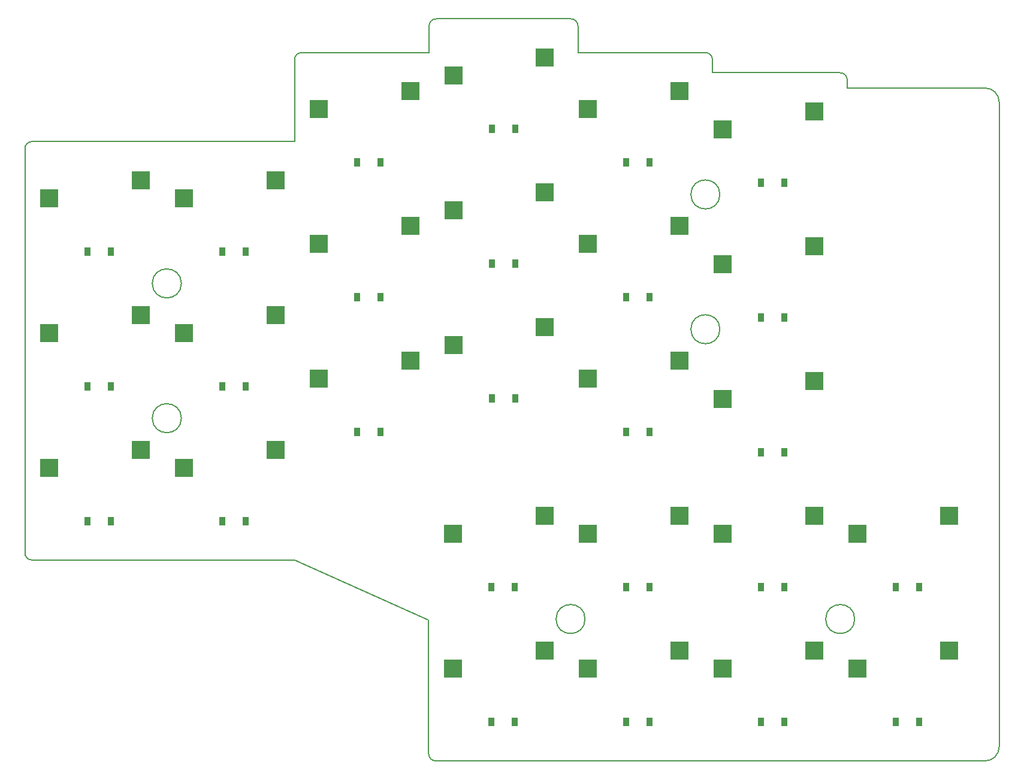
<source format=gbr>
G04 #@! TF.GenerationSoftware,KiCad,Pcbnew,5.1.5+dfsg1-2build2*
G04 #@! TF.CreationDate,2022-10-22T21:51:20+00:00*
G04 #@! TF.ProjectId,board,626f6172-642e-46b6-9963-61645f706362,v1.0.0*
G04 #@! TF.SameCoordinates,Original*
G04 #@! TF.FileFunction,Paste,Bot*
G04 #@! TF.FilePolarity,Positive*
%FSLAX46Y46*%
G04 Gerber Fmt 4.6, Leading zero omitted, Abs format (unit mm)*
G04 Created by KiCad (PCBNEW 5.1.5+dfsg1-2build2) date 2022-10-22 21:51:20*
%MOMM*%
%LPD*%
G04 APERTURE LIST*
G04 #@! TA.AperFunction,Profile*
%ADD10C,0.150000*%
G04 #@! TD*
%ADD11R,2.550000X2.500000*%
%ADD12R,0.900000X1.200000*%
G04 APERTURE END LIST*
D10*
X9525000Y-10525000D02*
X46625000Y-10525000D01*
X8525000Y-9525000D02*
X8525000Y47625000D01*
X9525000Y-10525000D02*
G75*
G02X8525000Y-9525000I0J1000000D01*
G01*
X9525000Y48625000D02*
X46625000Y48625000D01*
X8525000Y47625000D02*
G75*
G02X9525000Y48625000I1000000J0D01*
G01*
X65625000Y61198000D02*
X47625000Y61198000D01*
X46625000Y60198000D02*
G75*
G02X47625000Y61198000I1000000J0D01*
G01*
X46625000Y60198000D02*
X46625000Y48625000D01*
X86675000Y61198000D02*
X86675000Y64960500D01*
X85675000Y65960500D02*
G75*
G02X86675000Y64960500I0J-1000000D01*
G01*
X85675000Y65960500D02*
X66625000Y65960500D01*
X65625000Y64960500D02*
G75*
G02X66625000Y65960500I1000000J0D01*
G01*
X65625000Y64960500D02*
X65625000Y61198000D01*
X105675000Y58340500D02*
X105675000Y60198000D01*
X104675000Y61198000D02*
G75*
G02X105675000Y60198000I0J-1000000D01*
G01*
X104675000Y61198000D02*
X86675000Y61198000D01*
X124725000Y56190500D02*
X124725000Y57340500D01*
X123725000Y58340500D02*
G75*
G02X124725000Y57340500I0J-1000000D01*
G01*
X123725000Y58340500D02*
X105675000Y58340500D01*
X65575000Y-37909500D02*
X65575000Y-18968378D01*
X66575000Y-38909500D02*
X144200000Y-38909500D01*
X66575000Y-38909500D02*
G75*
G02X65575000Y-37909500I0J1000000D01*
G01*
X65575000Y-18968378D02*
X46625000Y-10525000D01*
X146200000Y-36909500D02*
G75*
G02X144200000Y-38909500I-2000000J0D01*
G01*
X146200000Y-36909500D02*
X146200000Y54190500D01*
X144200000Y56190500D02*
G75*
G02X146200000Y54190500I0J-2000000D01*
G01*
X144200000Y56190500D02*
X124725000Y56190500D01*
X30625000Y28575000D02*
G75*
G03X30625000Y28575000I-2050000J0D01*
G01*
X30625000Y9525000D02*
G75*
G03X30625000Y9525000I-2050000J0D01*
G01*
X106725000Y41148000D02*
G75*
G03X106725000Y41148000I-2050000J0D01*
G01*
X106725000Y22098000D02*
G75*
G03X106725000Y22098000I-2050000J0D01*
G01*
X125775000Y-18859500D02*
G75*
G03X125775000Y-18859500I-2050000J0D01*
G01*
X87675000Y-18859500D02*
G75*
G03X87675000Y-18859500I-2050000J0D01*
G01*
D11*
G04 #@! TO.C,S1*
X11965000Y2540000D03*
X24892000Y5080000D03*
G04 #@! TD*
D12*
G04 #@! TO.C,D1*
X20700000Y-5000000D03*
X17400000Y-5000000D03*
G04 #@! TD*
D11*
G04 #@! TO.C,S2*
X11965000Y21590000D03*
X24892000Y24130000D03*
G04 #@! TD*
D12*
G04 #@! TO.C,D2*
X20700000Y14050000D03*
X17400000Y14050000D03*
G04 #@! TD*
D11*
G04 #@! TO.C,S3*
X11965000Y40640000D03*
X24892000Y43180000D03*
G04 #@! TD*
D12*
G04 #@! TO.C,D3*
X20700000Y33100000D03*
X17400000Y33100000D03*
G04 #@! TD*
D11*
G04 #@! TO.C,S4*
X31015000Y2540000D03*
X43942000Y5080000D03*
G04 #@! TD*
D12*
G04 #@! TO.C,D4*
X39750000Y-5000000D03*
X36450000Y-5000000D03*
G04 #@! TD*
D11*
G04 #@! TO.C,S5*
X31015000Y21590000D03*
X43942000Y24130000D03*
G04 #@! TD*
D12*
G04 #@! TO.C,D5*
X39750000Y14050000D03*
X36450000Y14050000D03*
G04 #@! TD*
D11*
G04 #@! TO.C,S6*
X31015000Y40640000D03*
X43942000Y43180000D03*
G04 #@! TD*
D12*
G04 #@! TO.C,D6*
X39750000Y33100000D03*
X36450000Y33100000D03*
G04 #@! TD*
D11*
G04 #@! TO.C,S7*
X50065000Y15113000D03*
X62992000Y17653000D03*
G04 #@! TD*
D12*
G04 #@! TO.C,D7*
X58800000Y7573000D03*
X55500000Y7573000D03*
G04 #@! TD*
D11*
G04 #@! TO.C,S8*
X50065000Y34163000D03*
X62992000Y36703000D03*
G04 #@! TD*
D12*
G04 #@! TO.C,D8*
X58800000Y26623000D03*
X55500000Y26623000D03*
G04 #@! TD*
D11*
G04 #@! TO.C,S9*
X50065000Y53213000D03*
X62992000Y55753000D03*
G04 #@! TD*
D12*
G04 #@! TO.C,D9*
X58800000Y45673000D03*
X55500000Y45673000D03*
G04 #@! TD*
D11*
G04 #@! TO.C,S10*
X69065000Y19875500D03*
X81992000Y22415500D03*
G04 #@! TD*
D12*
G04 #@! TO.C,D10*
X77800000Y12335500D03*
X74500000Y12335500D03*
G04 #@! TD*
D11*
G04 #@! TO.C,S11*
X69065000Y38925500D03*
X81992000Y41465500D03*
G04 #@! TD*
D12*
G04 #@! TO.C,D11*
X77800000Y31385500D03*
X74500000Y31385500D03*
G04 #@! TD*
D11*
G04 #@! TO.C,S12*
X69065000Y57975500D03*
X81992000Y60515500D03*
G04 #@! TD*
D12*
G04 #@! TO.C,D12*
X77800000Y50435500D03*
X74500000Y50435500D03*
G04 #@! TD*
D11*
G04 #@! TO.C,S13*
X88065000Y15113000D03*
X100992000Y17653000D03*
G04 #@! TD*
D12*
G04 #@! TO.C,D13*
X96800000Y7573000D03*
X93500000Y7573000D03*
G04 #@! TD*
D11*
G04 #@! TO.C,S14*
X88065000Y34163000D03*
X100992000Y36703000D03*
G04 #@! TD*
D12*
G04 #@! TO.C,D14*
X96800000Y26623000D03*
X93500000Y26623000D03*
G04 #@! TD*
D11*
G04 #@! TO.C,S15*
X88065000Y53213000D03*
X100992000Y55753000D03*
G04 #@! TD*
D12*
G04 #@! TO.C,D15*
X96800000Y45673000D03*
X93500000Y45673000D03*
G04 #@! TD*
D11*
G04 #@! TO.C,S16*
X107115000Y12255500D03*
X120042000Y14795500D03*
G04 #@! TD*
D12*
G04 #@! TO.C,D16*
X115850000Y4715500D03*
X112550000Y4715500D03*
G04 #@! TD*
D11*
G04 #@! TO.C,S17*
X107115000Y31305500D03*
X120042000Y33845500D03*
G04 #@! TD*
D12*
G04 #@! TO.C,D17*
X115850000Y23765500D03*
X112550000Y23765500D03*
G04 #@! TD*
D11*
G04 #@! TO.C,S18*
X107115000Y50355500D03*
X120042000Y52895500D03*
G04 #@! TD*
D12*
G04 #@! TO.C,D18*
X115850000Y42815500D03*
X112550000Y42815500D03*
G04 #@! TD*
D11*
G04 #@! TO.C,S19*
X69015000Y-6794500D03*
X81942000Y-4254500D03*
G04 #@! TD*
D12*
G04 #@! TO.C,D19*
X77750000Y-14334500D03*
X74450000Y-14334500D03*
G04 #@! TD*
D11*
G04 #@! TO.C,S20*
X69015000Y-25844500D03*
X81942000Y-23304500D03*
G04 #@! TD*
D12*
G04 #@! TO.C,D20*
X77750000Y-33384500D03*
X74450000Y-33384500D03*
G04 #@! TD*
D11*
G04 #@! TO.C,S21*
X88065000Y-6794500D03*
X100992000Y-4254500D03*
G04 #@! TD*
D12*
G04 #@! TO.C,D21*
X96800000Y-14334500D03*
X93500000Y-14334500D03*
G04 #@! TD*
D11*
G04 #@! TO.C,S22*
X88065000Y-25844500D03*
X100992000Y-23304500D03*
G04 #@! TD*
D12*
G04 #@! TO.C,D22*
X96800000Y-33384500D03*
X93500000Y-33384500D03*
G04 #@! TD*
D11*
G04 #@! TO.C,S23*
X107115000Y-6794500D03*
X120042000Y-4254500D03*
G04 #@! TD*
D12*
G04 #@! TO.C,D23*
X115850000Y-14334500D03*
X112550000Y-14334500D03*
G04 #@! TD*
D11*
G04 #@! TO.C,S24*
X107115000Y-25844500D03*
X120042000Y-23304500D03*
G04 #@! TD*
D12*
G04 #@! TO.C,D24*
X115850000Y-33384500D03*
X112550000Y-33384500D03*
G04 #@! TD*
D11*
G04 #@! TO.C,S25*
X126165000Y-6794500D03*
X139092000Y-4254500D03*
G04 #@! TD*
D12*
G04 #@! TO.C,D25*
X134900000Y-14334500D03*
X131600000Y-14334500D03*
G04 #@! TD*
D11*
G04 #@! TO.C,S26*
X126165000Y-25844500D03*
X139092000Y-23304500D03*
G04 #@! TD*
D12*
G04 #@! TO.C,D26*
X134900000Y-33384500D03*
X131600000Y-33384500D03*
G04 #@! TD*
M02*

</source>
